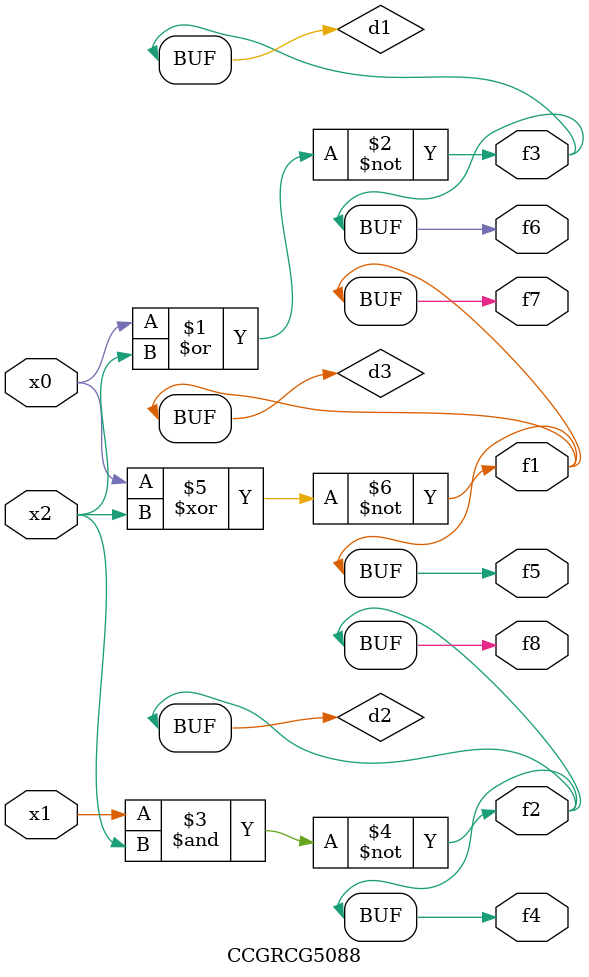
<source format=v>
module CCGRCG5088(
	input x0, x1, x2,
	output f1, f2, f3, f4, f5, f6, f7, f8
);

	wire d1, d2, d3;

	nor (d1, x0, x2);
	nand (d2, x1, x2);
	xnor (d3, x0, x2);
	assign f1 = d3;
	assign f2 = d2;
	assign f3 = d1;
	assign f4 = d2;
	assign f5 = d3;
	assign f6 = d1;
	assign f7 = d3;
	assign f8 = d2;
endmodule

</source>
